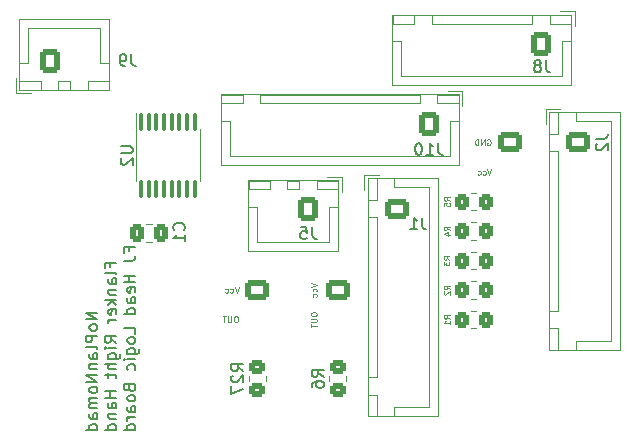
<source format=gbo>
%TF.GenerationSoftware,KiCad,Pcbnew,7.0.6*%
%TF.CreationDate,2023-07-13T14:40:27+02:00*%
%TF.ProjectId,RH_HeadLogicBoard_FreeJoy,52485f48-6561-4644-9c6f-676963426f61,rev?*%
%TF.SameCoordinates,Original*%
%TF.FileFunction,Legend,Bot*%
%TF.FilePolarity,Positive*%
%FSLAX46Y46*%
G04 Gerber Fmt 4.6, Leading zero omitted, Abs format (unit mm)*
G04 Created by KiCad (PCBNEW 7.0.6) date 2023-07-13 14:40:27*
%MOMM*%
%LPD*%
G01*
G04 APERTURE LIST*
G04 Aperture macros list*
%AMRoundRect*
0 Rectangle with rounded corners*
0 $1 Rounding radius*
0 $2 $3 $4 $5 $6 $7 $8 $9 X,Y pos of 4 corners*
0 Add a 4 corners polygon primitive as box body*
4,1,4,$2,$3,$4,$5,$6,$7,$8,$9,$2,$3,0*
0 Add four circle primitives for the rounded corners*
1,1,$1+$1,$2,$3*
1,1,$1+$1,$4,$5*
1,1,$1+$1,$6,$7*
1,1,$1+$1,$8,$9*
0 Add four rect primitives between the rounded corners*
20,1,$1+$1,$2,$3,$4,$5,0*
20,1,$1+$1,$4,$5,$6,$7,0*
20,1,$1+$1,$6,$7,$8,$9,0*
20,1,$1+$1,$8,$9,$2,$3,0*%
G04 Aperture macros list end*
%ADD10C,0.150000*%
%ADD11C,0.075000*%
%ADD12C,0.100000*%
%ADD13C,0.120000*%
%ADD14RoundRect,0.250000X-0.750000X0.600000X-0.750000X-0.600000X0.750000X-0.600000X0.750000X0.600000X0*%
%ADD15O,2.000000X1.700000*%
%ADD16C,2.200000*%
%ADD17RoundRect,0.250000X-0.725000X0.600000X-0.725000X-0.600000X0.725000X-0.600000X0.725000X0.600000X0*%
%ADD18O,1.950000X1.700000*%
%ADD19RoundRect,0.100000X-0.100000X0.637500X-0.100000X-0.637500X0.100000X-0.637500X0.100000X0.637500X0*%
%ADD20RoundRect,0.250000X-0.337500X-0.475000X0.337500X-0.475000X0.337500X0.475000X-0.337500X0.475000X0*%
%ADD21RoundRect,0.250000X-0.350000X-0.450000X0.350000X-0.450000X0.350000X0.450000X-0.350000X0.450000X0*%
%ADD22RoundRect,0.250000X0.600000X0.725000X-0.600000X0.725000X-0.600000X-0.725000X0.600000X-0.725000X0*%
%ADD23O,1.700000X1.950000*%
%ADD24RoundRect,0.250000X0.350000X0.450000X-0.350000X0.450000X-0.350000X-0.450000X0.350000X-0.450000X0*%
%ADD25RoundRect,0.250000X0.600000X0.750000X-0.600000X0.750000X-0.600000X-0.750000X0.600000X-0.750000X0*%
%ADD26O,1.700000X2.000000*%
%ADD27RoundRect,0.250000X-0.600000X-0.750000X0.600000X-0.750000X0.600000X0.750000X-0.600000X0.750000X0*%
%ADD28RoundRect,0.250000X-0.450000X0.350000X-0.450000X-0.350000X0.450000X-0.350000X0.450000X0.350000X0*%
G04 APERTURE END LIST*
D10*
X30349819Y-59008458D02*
X29349819Y-59008458D01*
X29349819Y-59008458D02*
X30349819Y-59579886D01*
X30349819Y-59579886D02*
X29349819Y-59579886D01*
X30349819Y-60198934D02*
X30302200Y-60103696D01*
X30302200Y-60103696D02*
X30254580Y-60056077D01*
X30254580Y-60056077D02*
X30159342Y-60008458D01*
X30159342Y-60008458D02*
X29873628Y-60008458D01*
X29873628Y-60008458D02*
X29778390Y-60056077D01*
X29778390Y-60056077D02*
X29730771Y-60103696D01*
X29730771Y-60103696D02*
X29683152Y-60198934D01*
X29683152Y-60198934D02*
X29683152Y-60341791D01*
X29683152Y-60341791D02*
X29730771Y-60437029D01*
X29730771Y-60437029D02*
X29778390Y-60484648D01*
X29778390Y-60484648D02*
X29873628Y-60532267D01*
X29873628Y-60532267D02*
X30159342Y-60532267D01*
X30159342Y-60532267D02*
X30254580Y-60484648D01*
X30254580Y-60484648D02*
X30302200Y-60437029D01*
X30302200Y-60437029D02*
X30349819Y-60341791D01*
X30349819Y-60341791D02*
X30349819Y-60198934D01*
X30349819Y-60960839D02*
X29349819Y-60960839D01*
X29349819Y-60960839D02*
X29349819Y-61341791D01*
X29349819Y-61341791D02*
X29397438Y-61437029D01*
X29397438Y-61437029D02*
X29445057Y-61484648D01*
X29445057Y-61484648D02*
X29540295Y-61532267D01*
X29540295Y-61532267D02*
X29683152Y-61532267D01*
X29683152Y-61532267D02*
X29778390Y-61484648D01*
X29778390Y-61484648D02*
X29826009Y-61437029D01*
X29826009Y-61437029D02*
X29873628Y-61341791D01*
X29873628Y-61341791D02*
X29873628Y-60960839D01*
X30349819Y-62103696D02*
X30302200Y-62008458D01*
X30302200Y-62008458D02*
X30206961Y-61960839D01*
X30206961Y-61960839D02*
X29349819Y-61960839D01*
X30349819Y-62913220D02*
X29826009Y-62913220D01*
X29826009Y-62913220D02*
X29730771Y-62865601D01*
X29730771Y-62865601D02*
X29683152Y-62770363D01*
X29683152Y-62770363D02*
X29683152Y-62579887D01*
X29683152Y-62579887D02*
X29730771Y-62484649D01*
X30302200Y-62913220D02*
X30349819Y-62817982D01*
X30349819Y-62817982D02*
X30349819Y-62579887D01*
X30349819Y-62579887D02*
X30302200Y-62484649D01*
X30302200Y-62484649D02*
X30206961Y-62437030D01*
X30206961Y-62437030D02*
X30111723Y-62437030D01*
X30111723Y-62437030D02*
X30016485Y-62484649D01*
X30016485Y-62484649D02*
X29968866Y-62579887D01*
X29968866Y-62579887D02*
X29968866Y-62817982D01*
X29968866Y-62817982D02*
X29921247Y-62913220D01*
X29683152Y-63389411D02*
X30349819Y-63389411D01*
X29778390Y-63389411D02*
X29730771Y-63437030D01*
X29730771Y-63437030D02*
X29683152Y-63532268D01*
X29683152Y-63532268D02*
X29683152Y-63675125D01*
X29683152Y-63675125D02*
X29730771Y-63770363D01*
X29730771Y-63770363D02*
X29826009Y-63817982D01*
X29826009Y-63817982D02*
X30349819Y-63817982D01*
X30349819Y-64294173D02*
X29349819Y-64294173D01*
X29349819Y-64294173D02*
X30349819Y-64865601D01*
X30349819Y-64865601D02*
X29349819Y-64865601D01*
X30349819Y-65484649D02*
X30302200Y-65389411D01*
X30302200Y-65389411D02*
X30254580Y-65341792D01*
X30254580Y-65341792D02*
X30159342Y-65294173D01*
X30159342Y-65294173D02*
X29873628Y-65294173D01*
X29873628Y-65294173D02*
X29778390Y-65341792D01*
X29778390Y-65341792D02*
X29730771Y-65389411D01*
X29730771Y-65389411D02*
X29683152Y-65484649D01*
X29683152Y-65484649D02*
X29683152Y-65627506D01*
X29683152Y-65627506D02*
X29730771Y-65722744D01*
X29730771Y-65722744D02*
X29778390Y-65770363D01*
X29778390Y-65770363D02*
X29873628Y-65817982D01*
X29873628Y-65817982D02*
X30159342Y-65817982D01*
X30159342Y-65817982D02*
X30254580Y-65770363D01*
X30254580Y-65770363D02*
X30302200Y-65722744D01*
X30302200Y-65722744D02*
X30349819Y-65627506D01*
X30349819Y-65627506D02*
X30349819Y-65484649D01*
X30349819Y-66246554D02*
X29683152Y-66246554D01*
X29778390Y-66246554D02*
X29730771Y-66294173D01*
X29730771Y-66294173D02*
X29683152Y-66389411D01*
X29683152Y-66389411D02*
X29683152Y-66532268D01*
X29683152Y-66532268D02*
X29730771Y-66627506D01*
X29730771Y-66627506D02*
X29826009Y-66675125D01*
X29826009Y-66675125D02*
X30349819Y-66675125D01*
X29826009Y-66675125D02*
X29730771Y-66722744D01*
X29730771Y-66722744D02*
X29683152Y-66817982D01*
X29683152Y-66817982D02*
X29683152Y-66960839D01*
X29683152Y-66960839D02*
X29730771Y-67056078D01*
X29730771Y-67056078D02*
X29826009Y-67103697D01*
X29826009Y-67103697D02*
X30349819Y-67103697D01*
X30349819Y-68008458D02*
X29826009Y-68008458D01*
X29826009Y-68008458D02*
X29730771Y-67960839D01*
X29730771Y-67960839D02*
X29683152Y-67865601D01*
X29683152Y-67865601D02*
X29683152Y-67675125D01*
X29683152Y-67675125D02*
X29730771Y-67579887D01*
X30302200Y-68008458D02*
X30349819Y-67913220D01*
X30349819Y-67913220D02*
X30349819Y-67675125D01*
X30349819Y-67675125D02*
X30302200Y-67579887D01*
X30302200Y-67579887D02*
X30206961Y-67532268D01*
X30206961Y-67532268D02*
X30111723Y-67532268D01*
X30111723Y-67532268D02*
X30016485Y-67579887D01*
X30016485Y-67579887D02*
X29968866Y-67675125D01*
X29968866Y-67675125D02*
X29968866Y-67913220D01*
X29968866Y-67913220D02*
X29921247Y-68008458D01*
X30349819Y-68913220D02*
X29349819Y-68913220D01*
X30302200Y-68913220D02*
X30349819Y-68817982D01*
X30349819Y-68817982D02*
X30349819Y-68627506D01*
X30349819Y-68627506D02*
X30302200Y-68532268D01*
X30302200Y-68532268D02*
X30254580Y-68484649D01*
X30254580Y-68484649D02*
X30159342Y-68437030D01*
X30159342Y-68437030D02*
X29873628Y-68437030D01*
X29873628Y-68437030D02*
X29778390Y-68484649D01*
X29778390Y-68484649D02*
X29730771Y-68532268D01*
X29730771Y-68532268D02*
X29683152Y-68627506D01*
X29683152Y-68627506D02*
X29683152Y-68817982D01*
X29683152Y-68817982D02*
X29730771Y-68913220D01*
X31436009Y-55103694D02*
X31436009Y-54770361D01*
X31959819Y-54770361D02*
X30959819Y-54770361D01*
X30959819Y-54770361D02*
X30959819Y-55246551D01*
X31959819Y-55770361D02*
X31912200Y-55675123D01*
X31912200Y-55675123D02*
X31816961Y-55627504D01*
X31816961Y-55627504D02*
X30959819Y-55627504D01*
X31959819Y-56579885D02*
X31436009Y-56579885D01*
X31436009Y-56579885D02*
X31340771Y-56532266D01*
X31340771Y-56532266D02*
X31293152Y-56437028D01*
X31293152Y-56437028D02*
X31293152Y-56246552D01*
X31293152Y-56246552D02*
X31340771Y-56151314D01*
X31912200Y-56579885D02*
X31959819Y-56484647D01*
X31959819Y-56484647D02*
X31959819Y-56246552D01*
X31959819Y-56246552D02*
X31912200Y-56151314D01*
X31912200Y-56151314D02*
X31816961Y-56103695D01*
X31816961Y-56103695D02*
X31721723Y-56103695D01*
X31721723Y-56103695D02*
X31626485Y-56151314D01*
X31626485Y-56151314D02*
X31578866Y-56246552D01*
X31578866Y-56246552D02*
X31578866Y-56484647D01*
X31578866Y-56484647D02*
X31531247Y-56579885D01*
X31293152Y-57056076D02*
X31959819Y-57056076D01*
X31388390Y-57056076D02*
X31340771Y-57103695D01*
X31340771Y-57103695D02*
X31293152Y-57198933D01*
X31293152Y-57198933D02*
X31293152Y-57341790D01*
X31293152Y-57341790D02*
X31340771Y-57437028D01*
X31340771Y-57437028D02*
X31436009Y-57484647D01*
X31436009Y-57484647D02*
X31959819Y-57484647D01*
X31959819Y-57960838D02*
X30959819Y-57960838D01*
X31578866Y-58056076D02*
X31959819Y-58341790D01*
X31293152Y-58341790D02*
X31674104Y-57960838D01*
X31912200Y-59151314D02*
X31959819Y-59056076D01*
X31959819Y-59056076D02*
X31959819Y-58865600D01*
X31959819Y-58865600D02*
X31912200Y-58770362D01*
X31912200Y-58770362D02*
X31816961Y-58722743D01*
X31816961Y-58722743D02*
X31436009Y-58722743D01*
X31436009Y-58722743D02*
X31340771Y-58770362D01*
X31340771Y-58770362D02*
X31293152Y-58865600D01*
X31293152Y-58865600D02*
X31293152Y-59056076D01*
X31293152Y-59056076D02*
X31340771Y-59151314D01*
X31340771Y-59151314D02*
X31436009Y-59198933D01*
X31436009Y-59198933D02*
X31531247Y-59198933D01*
X31531247Y-59198933D02*
X31626485Y-58722743D01*
X31959819Y-59627505D02*
X31293152Y-59627505D01*
X31483628Y-59627505D02*
X31388390Y-59675124D01*
X31388390Y-59675124D02*
X31340771Y-59722743D01*
X31340771Y-59722743D02*
X31293152Y-59817981D01*
X31293152Y-59817981D02*
X31293152Y-59913219D01*
X31959819Y-61579886D02*
X31483628Y-61246553D01*
X31959819Y-61008458D02*
X30959819Y-61008458D01*
X30959819Y-61008458D02*
X30959819Y-61389410D01*
X30959819Y-61389410D02*
X31007438Y-61484648D01*
X31007438Y-61484648D02*
X31055057Y-61532267D01*
X31055057Y-61532267D02*
X31150295Y-61579886D01*
X31150295Y-61579886D02*
X31293152Y-61579886D01*
X31293152Y-61579886D02*
X31388390Y-61532267D01*
X31388390Y-61532267D02*
X31436009Y-61484648D01*
X31436009Y-61484648D02*
X31483628Y-61389410D01*
X31483628Y-61389410D02*
X31483628Y-61008458D01*
X31959819Y-62008458D02*
X31293152Y-62008458D01*
X30959819Y-62008458D02*
X31007438Y-61960839D01*
X31007438Y-61960839D02*
X31055057Y-62008458D01*
X31055057Y-62008458D02*
X31007438Y-62056077D01*
X31007438Y-62056077D02*
X30959819Y-62008458D01*
X30959819Y-62008458D02*
X31055057Y-62008458D01*
X31293152Y-62913219D02*
X32102676Y-62913219D01*
X32102676Y-62913219D02*
X32197914Y-62865600D01*
X32197914Y-62865600D02*
X32245533Y-62817981D01*
X32245533Y-62817981D02*
X32293152Y-62722743D01*
X32293152Y-62722743D02*
X32293152Y-62579886D01*
X32293152Y-62579886D02*
X32245533Y-62484648D01*
X31912200Y-62913219D02*
X31959819Y-62817981D01*
X31959819Y-62817981D02*
X31959819Y-62627505D01*
X31959819Y-62627505D02*
X31912200Y-62532267D01*
X31912200Y-62532267D02*
X31864580Y-62484648D01*
X31864580Y-62484648D02*
X31769342Y-62437029D01*
X31769342Y-62437029D02*
X31483628Y-62437029D01*
X31483628Y-62437029D02*
X31388390Y-62484648D01*
X31388390Y-62484648D02*
X31340771Y-62532267D01*
X31340771Y-62532267D02*
X31293152Y-62627505D01*
X31293152Y-62627505D02*
X31293152Y-62817981D01*
X31293152Y-62817981D02*
X31340771Y-62913219D01*
X31959819Y-63389410D02*
X30959819Y-63389410D01*
X31959819Y-63817981D02*
X31436009Y-63817981D01*
X31436009Y-63817981D02*
X31340771Y-63770362D01*
X31340771Y-63770362D02*
X31293152Y-63675124D01*
X31293152Y-63675124D02*
X31293152Y-63532267D01*
X31293152Y-63532267D02*
X31340771Y-63437029D01*
X31340771Y-63437029D02*
X31388390Y-63389410D01*
X31293152Y-64151315D02*
X31293152Y-64532267D01*
X30959819Y-64294172D02*
X31816961Y-64294172D01*
X31816961Y-64294172D02*
X31912200Y-64341791D01*
X31912200Y-64341791D02*
X31959819Y-64437029D01*
X31959819Y-64437029D02*
X31959819Y-64532267D01*
X31959819Y-65627506D02*
X30959819Y-65627506D01*
X31436009Y-65627506D02*
X31436009Y-66198934D01*
X31959819Y-66198934D02*
X30959819Y-66198934D01*
X31959819Y-67103696D02*
X31436009Y-67103696D01*
X31436009Y-67103696D02*
X31340771Y-67056077D01*
X31340771Y-67056077D02*
X31293152Y-66960839D01*
X31293152Y-66960839D02*
X31293152Y-66770363D01*
X31293152Y-66770363D02*
X31340771Y-66675125D01*
X31912200Y-67103696D02*
X31959819Y-67008458D01*
X31959819Y-67008458D02*
X31959819Y-66770363D01*
X31959819Y-66770363D02*
X31912200Y-66675125D01*
X31912200Y-66675125D02*
X31816961Y-66627506D01*
X31816961Y-66627506D02*
X31721723Y-66627506D01*
X31721723Y-66627506D02*
X31626485Y-66675125D01*
X31626485Y-66675125D02*
X31578866Y-66770363D01*
X31578866Y-66770363D02*
X31578866Y-67008458D01*
X31578866Y-67008458D02*
X31531247Y-67103696D01*
X31293152Y-67579887D02*
X31959819Y-67579887D01*
X31388390Y-67579887D02*
X31340771Y-67627506D01*
X31340771Y-67627506D02*
X31293152Y-67722744D01*
X31293152Y-67722744D02*
X31293152Y-67865601D01*
X31293152Y-67865601D02*
X31340771Y-67960839D01*
X31340771Y-67960839D02*
X31436009Y-68008458D01*
X31436009Y-68008458D02*
X31959819Y-68008458D01*
X31959819Y-68913220D02*
X30959819Y-68913220D01*
X31912200Y-68913220D02*
X31959819Y-68817982D01*
X31959819Y-68817982D02*
X31959819Y-68627506D01*
X31959819Y-68627506D02*
X31912200Y-68532268D01*
X31912200Y-68532268D02*
X31864580Y-68484649D01*
X31864580Y-68484649D02*
X31769342Y-68437030D01*
X31769342Y-68437030D02*
X31483628Y-68437030D01*
X31483628Y-68437030D02*
X31388390Y-68484649D01*
X31388390Y-68484649D02*
X31340771Y-68532268D01*
X31340771Y-68532268D02*
X31293152Y-68627506D01*
X31293152Y-68627506D02*
X31293152Y-68817982D01*
X31293152Y-68817982D02*
X31340771Y-68913220D01*
X33046009Y-53817980D02*
X33046009Y-53484647D01*
X33569819Y-53484647D02*
X32569819Y-53484647D01*
X32569819Y-53484647D02*
X32569819Y-53960837D01*
X32569819Y-54627504D02*
X33284104Y-54627504D01*
X33284104Y-54627504D02*
X33426961Y-54579885D01*
X33426961Y-54579885D02*
X33522200Y-54484647D01*
X33522200Y-54484647D02*
X33569819Y-54341790D01*
X33569819Y-54341790D02*
X33569819Y-54246552D01*
X33569819Y-55865600D02*
X32569819Y-55865600D01*
X33046009Y-55865600D02*
X33046009Y-56437028D01*
X33569819Y-56437028D02*
X32569819Y-56437028D01*
X33522200Y-57294171D02*
X33569819Y-57198933D01*
X33569819Y-57198933D02*
X33569819Y-57008457D01*
X33569819Y-57008457D02*
X33522200Y-56913219D01*
X33522200Y-56913219D02*
X33426961Y-56865600D01*
X33426961Y-56865600D02*
X33046009Y-56865600D01*
X33046009Y-56865600D02*
X32950771Y-56913219D01*
X32950771Y-56913219D02*
X32903152Y-57008457D01*
X32903152Y-57008457D02*
X32903152Y-57198933D01*
X32903152Y-57198933D02*
X32950771Y-57294171D01*
X32950771Y-57294171D02*
X33046009Y-57341790D01*
X33046009Y-57341790D02*
X33141247Y-57341790D01*
X33141247Y-57341790D02*
X33236485Y-56865600D01*
X33569819Y-58198933D02*
X33046009Y-58198933D01*
X33046009Y-58198933D02*
X32950771Y-58151314D01*
X32950771Y-58151314D02*
X32903152Y-58056076D01*
X32903152Y-58056076D02*
X32903152Y-57865600D01*
X32903152Y-57865600D02*
X32950771Y-57770362D01*
X33522200Y-58198933D02*
X33569819Y-58103695D01*
X33569819Y-58103695D02*
X33569819Y-57865600D01*
X33569819Y-57865600D02*
X33522200Y-57770362D01*
X33522200Y-57770362D02*
X33426961Y-57722743D01*
X33426961Y-57722743D02*
X33331723Y-57722743D01*
X33331723Y-57722743D02*
X33236485Y-57770362D01*
X33236485Y-57770362D02*
X33188866Y-57865600D01*
X33188866Y-57865600D02*
X33188866Y-58103695D01*
X33188866Y-58103695D02*
X33141247Y-58198933D01*
X33569819Y-59103695D02*
X32569819Y-59103695D01*
X33522200Y-59103695D02*
X33569819Y-59008457D01*
X33569819Y-59008457D02*
X33569819Y-58817981D01*
X33569819Y-58817981D02*
X33522200Y-58722743D01*
X33522200Y-58722743D02*
X33474580Y-58675124D01*
X33474580Y-58675124D02*
X33379342Y-58627505D01*
X33379342Y-58627505D02*
X33093628Y-58627505D01*
X33093628Y-58627505D02*
X32998390Y-58675124D01*
X32998390Y-58675124D02*
X32950771Y-58722743D01*
X32950771Y-58722743D02*
X32903152Y-58817981D01*
X32903152Y-58817981D02*
X32903152Y-59008457D01*
X32903152Y-59008457D02*
X32950771Y-59103695D01*
X33569819Y-60817981D02*
X33569819Y-60341791D01*
X33569819Y-60341791D02*
X32569819Y-60341791D01*
X33569819Y-61294172D02*
X33522200Y-61198934D01*
X33522200Y-61198934D02*
X33474580Y-61151315D01*
X33474580Y-61151315D02*
X33379342Y-61103696D01*
X33379342Y-61103696D02*
X33093628Y-61103696D01*
X33093628Y-61103696D02*
X32998390Y-61151315D01*
X32998390Y-61151315D02*
X32950771Y-61198934D01*
X32950771Y-61198934D02*
X32903152Y-61294172D01*
X32903152Y-61294172D02*
X32903152Y-61437029D01*
X32903152Y-61437029D02*
X32950771Y-61532267D01*
X32950771Y-61532267D02*
X32998390Y-61579886D01*
X32998390Y-61579886D02*
X33093628Y-61627505D01*
X33093628Y-61627505D02*
X33379342Y-61627505D01*
X33379342Y-61627505D02*
X33474580Y-61579886D01*
X33474580Y-61579886D02*
X33522200Y-61532267D01*
X33522200Y-61532267D02*
X33569819Y-61437029D01*
X33569819Y-61437029D02*
X33569819Y-61294172D01*
X32903152Y-62484648D02*
X33712676Y-62484648D01*
X33712676Y-62484648D02*
X33807914Y-62437029D01*
X33807914Y-62437029D02*
X33855533Y-62389410D01*
X33855533Y-62389410D02*
X33903152Y-62294172D01*
X33903152Y-62294172D02*
X33903152Y-62151315D01*
X33903152Y-62151315D02*
X33855533Y-62056077D01*
X33522200Y-62484648D02*
X33569819Y-62389410D01*
X33569819Y-62389410D02*
X33569819Y-62198934D01*
X33569819Y-62198934D02*
X33522200Y-62103696D01*
X33522200Y-62103696D02*
X33474580Y-62056077D01*
X33474580Y-62056077D02*
X33379342Y-62008458D01*
X33379342Y-62008458D02*
X33093628Y-62008458D01*
X33093628Y-62008458D02*
X32998390Y-62056077D01*
X32998390Y-62056077D02*
X32950771Y-62103696D01*
X32950771Y-62103696D02*
X32903152Y-62198934D01*
X32903152Y-62198934D02*
X32903152Y-62389410D01*
X32903152Y-62389410D02*
X32950771Y-62484648D01*
X33569819Y-62960839D02*
X32903152Y-62960839D01*
X32569819Y-62960839D02*
X32617438Y-62913220D01*
X32617438Y-62913220D02*
X32665057Y-62960839D01*
X32665057Y-62960839D02*
X32617438Y-63008458D01*
X32617438Y-63008458D02*
X32569819Y-62960839D01*
X32569819Y-62960839D02*
X32665057Y-62960839D01*
X33522200Y-63865600D02*
X33569819Y-63770362D01*
X33569819Y-63770362D02*
X33569819Y-63579886D01*
X33569819Y-63579886D02*
X33522200Y-63484648D01*
X33522200Y-63484648D02*
X33474580Y-63437029D01*
X33474580Y-63437029D02*
X33379342Y-63389410D01*
X33379342Y-63389410D02*
X33093628Y-63389410D01*
X33093628Y-63389410D02*
X32998390Y-63437029D01*
X32998390Y-63437029D02*
X32950771Y-63484648D01*
X32950771Y-63484648D02*
X32903152Y-63579886D01*
X32903152Y-63579886D02*
X32903152Y-63770362D01*
X32903152Y-63770362D02*
X32950771Y-63865600D01*
X33046009Y-65389410D02*
X33093628Y-65532267D01*
X33093628Y-65532267D02*
X33141247Y-65579886D01*
X33141247Y-65579886D02*
X33236485Y-65627505D01*
X33236485Y-65627505D02*
X33379342Y-65627505D01*
X33379342Y-65627505D02*
X33474580Y-65579886D01*
X33474580Y-65579886D02*
X33522200Y-65532267D01*
X33522200Y-65532267D02*
X33569819Y-65437029D01*
X33569819Y-65437029D02*
X33569819Y-65056077D01*
X33569819Y-65056077D02*
X32569819Y-65056077D01*
X32569819Y-65056077D02*
X32569819Y-65389410D01*
X32569819Y-65389410D02*
X32617438Y-65484648D01*
X32617438Y-65484648D02*
X32665057Y-65532267D01*
X32665057Y-65532267D02*
X32760295Y-65579886D01*
X32760295Y-65579886D02*
X32855533Y-65579886D01*
X32855533Y-65579886D02*
X32950771Y-65532267D01*
X32950771Y-65532267D02*
X32998390Y-65484648D01*
X32998390Y-65484648D02*
X33046009Y-65389410D01*
X33046009Y-65389410D02*
X33046009Y-65056077D01*
X33569819Y-66198934D02*
X33522200Y-66103696D01*
X33522200Y-66103696D02*
X33474580Y-66056077D01*
X33474580Y-66056077D02*
X33379342Y-66008458D01*
X33379342Y-66008458D02*
X33093628Y-66008458D01*
X33093628Y-66008458D02*
X32998390Y-66056077D01*
X32998390Y-66056077D02*
X32950771Y-66103696D01*
X32950771Y-66103696D02*
X32903152Y-66198934D01*
X32903152Y-66198934D02*
X32903152Y-66341791D01*
X32903152Y-66341791D02*
X32950771Y-66437029D01*
X32950771Y-66437029D02*
X32998390Y-66484648D01*
X32998390Y-66484648D02*
X33093628Y-66532267D01*
X33093628Y-66532267D02*
X33379342Y-66532267D01*
X33379342Y-66532267D02*
X33474580Y-66484648D01*
X33474580Y-66484648D02*
X33522200Y-66437029D01*
X33522200Y-66437029D02*
X33569819Y-66341791D01*
X33569819Y-66341791D02*
X33569819Y-66198934D01*
X33569819Y-67389410D02*
X33046009Y-67389410D01*
X33046009Y-67389410D02*
X32950771Y-67341791D01*
X32950771Y-67341791D02*
X32903152Y-67246553D01*
X32903152Y-67246553D02*
X32903152Y-67056077D01*
X32903152Y-67056077D02*
X32950771Y-66960839D01*
X33522200Y-67389410D02*
X33569819Y-67294172D01*
X33569819Y-67294172D02*
X33569819Y-67056077D01*
X33569819Y-67056077D02*
X33522200Y-66960839D01*
X33522200Y-66960839D02*
X33426961Y-66913220D01*
X33426961Y-66913220D02*
X33331723Y-66913220D01*
X33331723Y-66913220D02*
X33236485Y-66960839D01*
X33236485Y-66960839D02*
X33188866Y-67056077D01*
X33188866Y-67056077D02*
X33188866Y-67294172D01*
X33188866Y-67294172D02*
X33141247Y-67389410D01*
X33569819Y-67865601D02*
X32903152Y-67865601D01*
X33093628Y-67865601D02*
X32998390Y-67913220D01*
X32998390Y-67913220D02*
X32950771Y-67960839D01*
X32950771Y-67960839D02*
X32903152Y-68056077D01*
X32903152Y-68056077D02*
X32903152Y-68151315D01*
X33569819Y-68913220D02*
X32569819Y-68913220D01*
X33522200Y-68913220D02*
X33569819Y-68817982D01*
X33569819Y-68817982D02*
X33569819Y-68627506D01*
X33569819Y-68627506D02*
X33522200Y-68532268D01*
X33522200Y-68532268D02*
X33474580Y-68484649D01*
X33474580Y-68484649D02*
X33379342Y-68437030D01*
X33379342Y-68437030D02*
X33093628Y-68437030D01*
X33093628Y-68437030D02*
X32998390Y-68484649D01*
X32998390Y-68484649D02*
X32950771Y-68532268D01*
X32950771Y-68532268D02*
X32903152Y-68627506D01*
X32903152Y-68627506D02*
X32903152Y-68817982D01*
X32903152Y-68817982D02*
X32950771Y-68913220D01*
D11*
X42136372Y-59327409D02*
X42041134Y-59327409D01*
X42041134Y-59327409D02*
X41993515Y-59351219D01*
X41993515Y-59351219D02*
X41945896Y-59398838D01*
X41945896Y-59398838D02*
X41922086Y-59494076D01*
X41922086Y-59494076D02*
X41922086Y-59660742D01*
X41922086Y-59660742D02*
X41945896Y-59755980D01*
X41945896Y-59755980D02*
X41993515Y-59803600D01*
X41993515Y-59803600D02*
X42041134Y-59827409D01*
X42041134Y-59827409D02*
X42136372Y-59827409D01*
X42136372Y-59827409D02*
X42183991Y-59803600D01*
X42183991Y-59803600D02*
X42231610Y-59755980D01*
X42231610Y-59755980D02*
X42255419Y-59660742D01*
X42255419Y-59660742D02*
X42255419Y-59494076D01*
X42255419Y-59494076D02*
X42231610Y-59398838D01*
X42231610Y-59398838D02*
X42183991Y-59351219D01*
X42183991Y-59351219D02*
X42136372Y-59327409D01*
X41707800Y-59327409D02*
X41707800Y-59732171D01*
X41707800Y-59732171D02*
X41683990Y-59779790D01*
X41683990Y-59779790D02*
X41660181Y-59803600D01*
X41660181Y-59803600D02*
X41612562Y-59827409D01*
X41612562Y-59827409D02*
X41517324Y-59827409D01*
X41517324Y-59827409D02*
X41469705Y-59803600D01*
X41469705Y-59803600D02*
X41445895Y-59779790D01*
X41445895Y-59779790D02*
X41422086Y-59732171D01*
X41422086Y-59732171D02*
X41422086Y-59327409D01*
X41255418Y-59327409D02*
X40969704Y-59327409D01*
X41112561Y-59827409D02*
X41112561Y-59327409D01*
X42303038Y-56827409D02*
X42136372Y-57327409D01*
X42136372Y-57327409D02*
X41969705Y-56827409D01*
X41588753Y-57303600D02*
X41636372Y-57327409D01*
X41636372Y-57327409D02*
X41731610Y-57327409D01*
X41731610Y-57327409D02*
X41779229Y-57303600D01*
X41779229Y-57303600D02*
X41803039Y-57279790D01*
X41803039Y-57279790D02*
X41826848Y-57232171D01*
X41826848Y-57232171D02*
X41826848Y-57089314D01*
X41826848Y-57089314D02*
X41803039Y-57041695D01*
X41803039Y-57041695D02*
X41779229Y-57017885D01*
X41779229Y-57017885D02*
X41731610Y-56994076D01*
X41731610Y-56994076D02*
X41636372Y-56994076D01*
X41636372Y-56994076D02*
X41588753Y-57017885D01*
X41160182Y-57303600D02*
X41207801Y-57327409D01*
X41207801Y-57327409D02*
X41303039Y-57327409D01*
X41303039Y-57327409D02*
X41350658Y-57303600D01*
X41350658Y-57303600D02*
X41374468Y-57279790D01*
X41374468Y-57279790D02*
X41398277Y-57232171D01*
X41398277Y-57232171D02*
X41398277Y-57089314D01*
X41398277Y-57089314D02*
X41374468Y-57041695D01*
X41374468Y-57041695D02*
X41350658Y-57017885D01*
X41350658Y-57017885D02*
X41303039Y-56994076D01*
X41303039Y-56994076D02*
X41207801Y-56994076D01*
X41207801Y-56994076D02*
X41160182Y-57017885D01*
X48427409Y-59099999D02*
X48427409Y-59195237D01*
X48427409Y-59195237D02*
X48451219Y-59242856D01*
X48451219Y-59242856D02*
X48498838Y-59290475D01*
X48498838Y-59290475D02*
X48594076Y-59314285D01*
X48594076Y-59314285D02*
X48760742Y-59314285D01*
X48760742Y-59314285D02*
X48855980Y-59290475D01*
X48855980Y-59290475D02*
X48903600Y-59242856D01*
X48903600Y-59242856D02*
X48927409Y-59195237D01*
X48927409Y-59195237D02*
X48927409Y-59099999D01*
X48927409Y-59099999D02*
X48903600Y-59052380D01*
X48903600Y-59052380D02*
X48855980Y-59004761D01*
X48855980Y-59004761D02*
X48760742Y-58980952D01*
X48760742Y-58980952D02*
X48594076Y-58980952D01*
X48594076Y-58980952D02*
X48498838Y-59004761D01*
X48498838Y-59004761D02*
X48451219Y-59052380D01*
X48451219Y-59052380D02*
X48427409Y-59099999D01*
X48427409Y-59528571D02*
X48832171Y-59528571D01*
X48832171Y-59528571D02*
X48879790Y-59552381D01*
X48879790Y-59552381D02*
X48903600Y-59576190D01*
X48903600Y-59576190D02*
X48927409Y-59623809D01*
X48927409Y-59623809D02*
X48927409Y-59719047D01*
X48927409Y-59719047D02*
X48903600Y-59766666D01*
X48903600Y-59766666D02*
X48879790Y-59790476D01*
X48879790Y-59790476D02*
X48832171Y-59814285D01*
X48832171Y-59814285D02*
X48427409Y-59814285D01*
X48427409Y-59980953D02*
X48427409Y-60266667D01*
X48927409Y-60123810D02*
X48427409Y-60123810D01*
X48427409Y-56504763D02*
X48927409Y-56671429D01*
X48927409Y-56671429D02*
X48427409Y-56838096D01*
X48903600Y-57219048D02*
X48927409Y-57171429D01*
X48927409Y-57171429D02*
X48927409Y-57076191D01*
X48927409Y-57076191D02*
X48903600Y-57028572D01*
X48903600Y-57028572D02*
X48879790Y-57004762D01*
X48879790Y-57004762D02*
X48832171Y-56980953D01*
X48832171Y-56980953D02*
X48689314Y-56980953D01*
X48689314Y-56980953D02*
X48641695Y-57004762D01*
X48641695Y-57004762D02*
X48617885Y-57028572D01*
X48617885Y-57028572D02*
X48594076Y-57076191D01*
X48594076Y-57076191D02*
X48594076Y-57171429D01*
X48594076Y-57171429D02*
X48617885Y-57219048D01*
X48903600Y-57647619D02*
X48927409Y-57600000D01*
X48927409Y-57600000D02*
X48927409Y-57504762D01*
X48927409Y-57504762D02*
X48903600Y-57457143D01*
X48903600Y-57457143D02*
X48879790Y-57433333D01*
X48879790Y-57433333D02*
X48832171Y-57409524D01*
X48832171Y-57409524D02*
X48689314Y-57409524D01*
X48689314Y-57409524D02*
X48641695Y-57433333D01*
X48641695Y-57433333D02*
X48617885Y-57457143D01*
X48617885Y-57457143D02*
X48594076Y-57504762D01*
X48594076Y-57504762D02*
X48594076Y-57600000D01*
X48594076Y-57600000D02*
X48617885Y-57647619D01*
X63703038Y-46827409D02*
X63536372Y-47327409D01*
X63536372Y-47327409D02*
X63369705Y-46827409D01*
X62988753Y-47303600D02*
X63036372Y-47327409D01*
X63036372Y-47327409D02*
X63131610Y-47327409D01*
X63131610Y-47327409D02*
X63179229Y-47303600D01*
X63179229Y-47303600D02*
X63203039Y-47279790D01*
X63203039Y-47279790D02*
X63226848Y-47232171D01*
X63226848Y-47232171D02*
X63226848Y-47089314D01*
X63226848Y-47089314D02*
X63203039Y-47041695D01*
X63203039Y-47041695D02*
X63179229Y-47017885D01*
X63179229Y-47017885D02*
X63131610Y-46994076D01*
X63131610Y-46994076D02*
X63036372Y-46994076D01*
X63036372Y-46994076D02*
X62988753Y-47017885D01*
X62560182Y-47303600D02*
X62607801Y-47327409D01*
X62607801Y-47327409D02*
X62703039Y-47327409D01*
X62703039Y-47327409D02*
X62750658Y-47303600D01*
X62750658Y-47303600D02*
X62774468Y-47279790D01*
X62774468Y-47279790D02*
X62798277Y-47232171D01*
X62798277Y-47232171D02*
X62798277Y-47089314D01*
X62798277Y-47089314D02*
X62774468Y-47041695D01*
X62774468Y-47041695D02*
X62750658Y-47017885D01*
X62750658Y-47017885D02*
X62703039Y-46994076D01*
X62703039Y-46994076D02*
X62607801Y-46994076D01*
X62607801Y-46994076D02*
X62560182Y-47017885D01*
X63369705Y-44351219D02*
X63417324Y-44327409D01*
X63417324Y-44327409D02*
X63488753Y-44327409D01*
X63488753Y-44327409D02*
X63560181Y-44351219D01*
X63560181Y-44351219D02*
X63607800Y-44398838D01*
X63607800Y-44398838D02*
X63631610Y-44446457D01*
X63631610Y-44446457D02*
X63655419Y-44541695D01*
X63655419Y-44541695D02*
X63655419Y-44613123D01*
X63655419Y-44613123D02*
X63631610Y-44708361D01*
X63631610Y-44708361D02*
X63607800Y-44755980D01*
X63607800Y-44755980D02*
X63560181Y-44803600D01*
X63560181Y-44803600D02*
X63488753Y-44827409D01*
X63488753Y-44827409D02*
X63441134Y-44827409D01*
X63441134Y-44827409D02*
X63369705Y-44803600D01*
X63369705Y-44803600D02*
X63345896Y-44779790D01*
X63345896Y-44779790D02*
X63345896Y-44613123D01*
X63345896Y-44613123D02*
X63441134Y-44613123D01*
X63131610Y-44827409D02*
X63131610Y-44327409D01*
X63131610Y-44327409D02*
X62845896Y-44827409D01*
X62845896Y-44827409D02*
X62845896Y-44327409D01*
X62607800Y-44827409D02*
X62607800Y-44327409D01*
X62607800Y-44327409D02*
X62488752Y-44327409D01*
X62488752Y-44327409D02*
X62417324Y-44351219D01*
X62417324Y-44351219D02*
X62369705Y-44398838D01*
X62369705Y-44398838D02*
X62345895Y-44446457D01*
X62345895Y-44446457D02*
X62322086Y-44541695D01*
X62322086Y-44541695D02*
X62322086Y-44613123D01*
X62322086Y-44613123D02*
X62345895Y-44708361D01*
X62345895Y-44708361D02*
X62369705Y-44755980D01*
X62369705Y-44755980D02*
X62417324Y-44803600D01*
X62417324Y-44803600D02*
X62488752Y-44827409D01*
X62488752Y-44827409D02*
X62607800Y-44827409D01*
D10*
X32329819Y-44938095D02*
X33139342Y-44938095D01*
X33139342Y-44938095D02*
X33234580Y-44985714D01*
X33234580Y-44985714D02*
X33282200Y-45033333D01*
X33282200Y-45033333D02*
X33329819Y-45128571D01*
X33329819Y-45128571D02*
X33329819Y-45319047D01*
X33329819Y-45319047D02*
X33282200Y-45414285D01*
X33282200Y-45414285D02*
X33234580Y-45461904D01*
X33234580Y-45461904D02*
X33139342Y-45509523D01*
X33139342Y-45509523D02*
X32329819Y-45509523D01*
X32425057Y-45938095D02*
X32377438Y-45985714D01*
X32377438Y-45985714D02*
X32329819Y-46080952D01*
X32329819Y-46080952D02*
X32329819Y-46319047D01*
X32329819Y-46319047D02*
X32377438Y-46414285D01*
X32377438Y-46414285D02*
X32425057Y-46461904D01*
X32425057Y-46461904D02*
X32520295Y-46509523D01*
X32520295Y-46509523D02*
X32615533Y-46509523D01*
X32615533Y-46509523D02*
X32758390Y-46461904D01*
X32758390Y-46461904D02*
X33329819Y-45890476D01*
X33329819Y-45890476D02*
X33329819Y-46509523D01*
X37659580Y-52033333D02*
X37707200Y-51985714D01*
X37707200Y-51985714D02*
X37754819Y-51842857D01*
X37754819Y-51842857D02*
X37754819Y-51747619D01*
X37754819Y-51747619D02*
X37707200Y-51604762D01*
X37707200Y-51604762D02*
X37611961Y-51509524D01*
X37611961Y-51509524D02*
X37516723Y-51461905D01*
X37516723Y-51461905D02*
X37326247Y-51414286D01*
X37326247Y-51414286D02*
X37183390Y-51414286D01*
X37183390Y-51414286D02*
X36992914Y-51461905D01*
X36992914Y-51461905D02*
X36897676Y-51509524D01*
X36897676Y-51509524D02*
X36802438Y-51604762D01*
X36802438Y-51604762D02*
X36754819Y-51747619D01*
X36754819Y-51747619D02*
X36754819Y-51842857D01*
X36754819Y-51842857D02*
X36802438Y-51985714D01*
X36802438Y-51985714D02*
X36850057Y-52033333D01*
X37754819Y-52985714D02*
X37754819Y-52414286D01*
X37754819Y-52700000D02*
X36754819Y-52700000D01*
X36754819Y-52700000D02*
X36897676Y-52604762D01*
X36897676Y-52604762D02*
X36992914Y-52509524D01*
X36992914Y-52509524D02*
X37040533Y-52414286D01*
X72554819Y-44266666D02*
X73269104Y-44266666D01*
X73269104Y-44266666D02*
X73411961Y-44219047D01*
X73411961Y-44219047D02*
X73507200Y-44123809D01*
X73507200Y-44123809D02*
X73554819Y-43980952D01*
X73554819Y-43980952D02*
X73554819Y-43885714D01*
X72650057Y-44695238D02*
X72602438Y-44742857D01*
X72602438Y-44742857D02*
X72554819Y-44838095D01*
X72554819Y-44838095D02*
X72554819Y-45076190D01*
X72554819Y-45076190D02*
X72602438Y-45171428D01*
X72602438Y-45171428D02*
X72650057Y-45219047D01*
X72650057Y-45219047D02*
X72745295Y-45266666D01*
X72745295Y-45266666D02*
X72840533Y-45266666D01*
X72840533Y-45266666D02*
X72983390Y-45219047D01*
X72983390Y-45219047D02*
X73554819Y-44647619D01*
X73554819Y-44647619D02*
X73554819Y-45266666D01*
D12*
X60206109Y-49516666D02*
X59968014Y-49350000D01*
X60206109Y-49230952D02*
X59706109Y-49230952D01*
X59706109Y-49230952D02*
X59706109Y-49421428D01*
X59706109Y-49421428D02*
X59729919Y-49469047D01*
X59729919Y-49469047D02*
X59753728Y-49492857D01*
X59753728Y-49492857D02*
X59801347Y-49516666D01*
X59801347Y-49516666D02*
X59872776Y-49516666D01*
X59872776Y-49516666D02*
X59920395Y-49492857D01*
X59920395Y-49492857D02*
X59944204Y-49469047D01*
X59944204Y-49469047D02*
X59968014Y-49421428D01*
X59968014Y-49421428D02*
X59968014Y-49230952D01*
X59706109Y-49969047D02*
X59706109Y-49730952D01*
X59706109Y-49730952D02*
X59944204Y-49707143D01*
X59944204Y-49707143D02*
X59920395Y-49730952D01*
X59920395Y-49730952D02*
X59896585Y-49778571D01*
X59896585Y-49778571D02*
X59896585Y-49897619D01*
X59896585Y-49897619D02*
X59920395Y-49945238D01*
X59920395Y-49945238D02*
X59944204Y-49969047D01*
X59944204Y-49969047D02*
X59991823Y-49992857D01*
X59991823Y-49992857D02*
X60110871Y-49992857D01*
X60110871Y-49992857D02*
X60158490Y-49969047D01*
X60158490Y-49969047D02*
X60182300Y-49945238D01*
X60182300Y-49945238D02*
X60206109Y-49897619D01*
X60206109Y-49897619D02*
X60206109Y-49778571D01*
X60206109Y-49778571D02*
X60182300Y-49730952D01*
X60182300Y-49730952D02*
X60158490Y-49707143D01*
D10*
X68333333Y-37654819D02*
X68333333Y-38369104D01*
X68333333Y-38369104D02*
X68380952Y-38511961D01*
X68380952Y-38511961D02*
X68476190Y-38607200D01*
X68476190Y-38607200D02*
X68619047Y-38654819D01*
X68619047Y-38654819D02*
X68714285Y-38654819D01*
X67714285Y-38083390D02*
X67809523Y-38035771D01*
X67809523Y-38035771D02*
X67857142Y-37988152D01*
X67857142Y-37988152D02*
X67904761Y-37892914D01*
X67904761Y-37892914D02*
X67904761Y-37845295D01*
X67904761Y-37845295D02*
X67857142Y-37750057D01*
X67857142Y-37750057D02*
X67809523Y-37702438D01*
X67809523Y-37702438D02*
X67714285Y-37654819D01*
X67714285Y-37654819D02*
X67523809Y-37654819D01*
X67523809Y-37654819D02*
X67428571Y-37702438D01*
X67428571Y-37702438D02*
X67380952Y-37750057D01*
X67380952Y-37750057D02*
X67333333Y-37845295D01*
X67333333Y-37845295D02*
X67333333Y-37892914D01*
X67333333Y-37892914D02*
X67380952Y-37988152D01*
X67380952Y-37988152D02*
X67428571Y-38035771D01*
X67428571Y-38035771D02*
X67523809Y-38083390D01*
X67523809Y-38083390D02*
X67714285Y-38083390D01*
X67714285Y-38083390D02*
X67809523Y-38131009D01*
X67809523Y-38131009D02*
X67857142Y-38178628D01*
X67857142Y-38178628D02*
X67904761Y-38273866D01*
X67904761Y-38273866D02*
X67904761Y-38464342D01*
X67904761Y-38464342D02*
X67857142Y-38559580D01*
X67857142Y-38559580D02*
X67809523Y-38607200D01*
X67809523Y-38607200D02*
X67714285Y-38654819D01*
X67714285Y-38654819D02*
X67523809Y-38654819D01*
X67523809Y-38654819D02*
X67428571Y-38607200D01*
X67428571Y-38607200D02*
X67380952Y-38559580D01*
X67380952Y-38559580D02*
X67333333Y-38464342D01*
X67333333Y-38464342D02*
X67333333Y-38273866D01*
X67333333Y-38273866D02*
X67380952Y-38178628D01*
X67380952Y-38178628D02*
X67428571Y-38131009D01*
X67428571Y-38131009D02*
X67523809Y-38083390D01*
D12*
X60176109Y-57016666D02*
X59938014Y-56850000D01*
X60176109Y-56730952D02*
X59676109Y-56730952D01*
X59676109Y-56730952D02*
X59676109Y-56921428D01*
X59676109Y-56921428D02*
X59699919Y-56969047D01*
X59699919Y-56969047D02*
X59723728Y-56992857D01*
X59723728Y-56992857D02*
X59771347Y-57016666D01*
X59771347Y-57016666D02*
X59842776Y-57016666D01*
X59842776Y-57016666D02*
X59890395Y-56992857D01*
X59890395Y-56992857D02*
X59914204Y-56969047D01*
X59914204Y-56969047D02*
X59938014Y-56921428D01*
X59938014Y-56921428D02*
X59938014Y-56730952D01*
X59723728Y-57207143D02*
X59699919Y-57230952D01*
X59699919Y-57230952D02*
X59676109Y-57278571D01*
X59676109Y-57278571D02*
X59676109Y-57397619D01*
X59676109Y-57397619D02*
X59699919Y-57445238D01*
X59699919Y-57445238D02*
X59723728Y-57469047D01*
X59723728Y-57469047D02*
X59771347Y-57492857D01*
X59771347Y-57492857D02*
X59818966Y-57492857D01*
X59818966Y-57492857D02*
X59890395Y-57469047D01*
X59890395Y-57469047D02*
X60176109Y-57183333D01*
X60176109Y-57183333D02*
X60176109Y-57492857D01*
X60166109Y-54516666D02*
X59928014Y-54350000D01*
X60166109Y-54230952D02*
X59666109Y-54230952D01*
X59666109Y-54230952D02*
X59666109Y-54421428D01*
X59666109Y-54421428D02*
X59689919Y-54469047D01*
X59689919Y-54469047D02*
X59713728Y-54492857D01*
X59713728Y-54492857D02*
X59761347Y-54516666D01*
X59761347Y-54516666D02*
X59832776Y-54516666D01*
X59832776Y-54516666D02*
X59880395Y-54492857D01*
X59880395Y-54492857D02*
X59904204Y-54469047D01*
X59904204Y-54469047D02*
X59928014Y-54421428D01*
X59928014Y-54421428D02*
X59928014Y-54230952D01*
X59666109Y-54683333D02*
X59666109Y-54992857D01*
X59666109Y-54992857D02*
X59856585Y-54826190D01*
X59856585Y-54826190D02*
X59856585Y-54897619D01*
X59856585Y-54897619D02*
X59880395Y-54945238D01*
X59880395Y-54945238D02*
X59904204Y-54969047D01*
X59904204Y-54969047D02*
X59951823Y-54992857D01*
X59951823Y-54992857D02*
X60070871Y-54992857D01*
X60070871Y-54992857D02*
X60118490Y-54969047D01*
X60118490Y-54969047D02*
X60142300Y-54945238D01*
X60142300Y-54945238D02*
X60166109Y-54897619D01*
X60166109Y-54897619D02*
X60166109Y-54754762D01*
X60166109Y-54754762D02*
X60142300Y-54707143D01*
X60142300Y-54707143D02*
X60118490Y-54683333D01*
D10*
X59209523Y-44654819D02*
X59209523Y-45369104D01*
X59209523Y-45369104D02*
X59257142Y-45511961D01*
X59257142Y-45511961D02*
X59352380Y-45607200D01*
X59352380Y-45607200D02*
X59495237Y-45654819D01*
X59495237Y-45654819D02*
X59590475Y-45654819D01*
X58209523Y-45654819D02*
X58780951Y-45654819D01*
X58495237Y-45654819D02*
X58495237Y-44654819D01*
X58495237Y-44654819D02*
X58590475Y-44797676D01*
X58590475Y-44797676D02*
X58685713Y-44892914D01*
X58685713Y-44892914D02*
X58780951Y-44940533D01*
X57590475Y-44654819D02*
X57495237Y-44654819D01*
X57495237Y-44654819D02*
X57399999Y-44702438D01*
X57399999Y-44702438D02*
X57352380Y-44750057D01*
X57352380Y-44750057D02*
X57304761Y-44845295D01*
X57304761Y-44845295D02*
X57257142Y-45035771D01*
X57257142Y-45035771D02*
X57257142Y-45273866D01*
X57257142Y-45273866D02*
X57304761Y-45464342D01*
X57304761Y-45464342D02*
X57352380Y-45559580D01*
X57352380Y-45559580D02*
X57399999Y-45607200D01*
X57399999Y-45607200D02*
X57495237Y-45654819D01*
X57495237Y-45654819D02*
X57590475Y-45654819D01*
X57590475Y-45654819D02*
X57685713Y-45607200D01*
X57685713Y-45607200D02*
X57733332Y-45559580D01*
X57733332Y-45559580D02*
X57780951Y-45464342D01*
X57780951Y-45464342D02*
X57828570Y-45273866D01*
X57828570Y-45273866D02*
X57828570Y-45035771D01*
X57828570Y-45035771D02*
X57780951Y-44845295D01*
X57780951Y-44845295D02*
X57733332Y-44750057D01*
X57733332Y-44750057D02*
X57685713Y-44702438D01*
X57685713Y-44702438D02*
X57590475Y-44654819D01*
X48533333Y-51754819D02*
X48533333Y-52469104D01*
X48533333Y-52469104D02*
X48580952Y-52611961D01*
X48580952Y-52611961D02*
X48676190Y-52707200D01*
X48676190Y-52707200D02*
X48819047Y-52754819D01*
X48819047Y-52754819D02*
X48914285Y-52754819D01*
X47580952Y-51754819D02*
X48057142Y-51754819D01*
X48057142Y-51754819D02*
X48104761Y-52231009D01*
X48104761Y-52231009D02*
X48057142Y-52183390D01*
X48057142Y-52183390D02*
X47961904Y-52135771D01*
X47961904Y-52135771D02*
X47723809Y-52135771D01*
X47723809Y-52135771D02*
X47628571Y-52183390D01*
X47628571Y-52183390D02*
X47580952Y-52231009D01*
X47580952Y-52231009D02*
X47533333Y-52326247D01*
X47533333Y-52326247D02*
X47533333Y-52564342D01*
X47533333Y-52564342D02*
X47580952Y-52659580D01*
X47580952Y-52659580D02*
X47628571Y-52707200D01*
X47628571Y-52707200D02*
X47723809Y-52754819D01*
X47723809Y-52754819D02*
X47961904Y-52754819D01*
X47961904Y-52754819D02*
X48057142Y-52707200D01*
X48057142Y-52707200D02*
X48104761Y-52659580D01*
X57833333Y-50954819D02*
X57833333Y-51669104D01*
X57833333Y-51669104D02*
X57880952Y-51811961D01*
X57880952Y-51811961D02*
X57976190Y-51907200D01*
X57976190Y-51907200D02*
X58119047Y-51954819D01*
X58119047Y-51954819D02*
X58214285Y-51954819D01*
X56833333Y-51954819D02*
X57404761Y-51954819D01*
X57119047Y-51954819D02*
X57119047Y-50954819D01*
X57119047Y-50954819D02*
X57214285Y-51097676D01*
X57214285Y-51097676D02*
X57309523Y-51192914D01*
X57309523Y-51192914D02*
X57404761Y-51240533D01*
X33233333Y-37124819D02*
X33233333Y-37839104D01*
X33233333Y-37839104D02*
X33280952Y-37981961D01*
X33280952Y-37981961D02*
X33376190Y-38077200D01*
X33376190Y-38077200D02*
X33519047Y-38124819D01*
X33519047Y-38124819D02*
X33614285Y-38124819D01*
X32709523Y-38124819D02*
X32519047Y-38124819D01*
X32519047Y-38124819D02*
X32423809Y-38077200D01*
X32423809Y-38077200D02*
X32376190Y-38029580D01*
X32376190Y-38029580D02*
X32280952Y-37886723D01*
X32280952Y-37886723D02*
X32233333Y-37696247D01*
X32233333Y-37696247D02*
X32233333Y-37315295D01*
X32233333Y-37315295D02*
X32280952Y-37220057D01*
X32280952Y-37220057D02*
X32328571Y-37172438D01*
X32328571Y-37172438D02*
X32423809Y-37124819D01*
X32423809Y-37124819D02*
X32614285Y-37124819D01*
X32614285Y-37124819D02*
X32709523Y-37172438D01*
X32709523Y-37172438D02*
X32757142Y-37220057D01*
X32757142Y-37220057D02*
X32804761Y-37315295D01*
X32804761Y-37315295D02*
X32804761Y-37553390D01*
X32804761Y-37553390D02*
X32757142Y-37648628D01*
X32757142Y-37648628D02*
X32709523Y-37696247D01*
X32709523Y-37696247D02*
X32614285Y-37743866D01*
X32614285Y-37743866D02*
X32423809Y-37743866D01*
X32423809Y-37743866D02*
X32328571Y-37696247D01*
X32328571Y-37696247D02*
X32280952Y-37648628D01*
X32280952Y-37648628D02*
X32233333Y-37553390D01*
D12*
X60186109Y-52016666D02*
X59948014Y-51850000D01*
X60186109Y-51730952D02*
X59686109Y-51730952D01*
X59686109Y-51730952D02*
X59686109Y-51921428D01*
X59686109Y-51921428D02*
X59709919Y-51969047D01*
X59709919Y-51969047D02*
X59733728Y-51992857D01*
X59733728Y-51992857D02*
X59781347Y-52016666D01*
X59781347Y-52016666D02*
X59852776Y-52016666D01*
X59852776Y-52016666D02*
X59900395Y-51992857D01*
X59900395Y-51992857D02*
X59924204Y-51969047D01*
X59924204Y-51969047D02*
X59948014Y-51921428D01*
X59948014Y-51921428D02*
X59948014Y-51730952D01*
X59852776Y-52445238D02*
X60186109Y-52445238D01*
X59662300Y-52326190D02*
X60019442Y-52207143D01*
X60019442Y-52207143D02*
X60019442Y-52516666D01*
D10*
X49504819Y-64433333D02*
X49028628Y-64100000D01*
X49504819Y-63861905D02*
X48504819Y-63861905D01*
X48504819Y-63861905D02*
X48504819Y-64242857D01*
X48504819Y-64242857D02*
X48552438Y-64338095D01*
X48552438Y-64338095D02*
X48600057Y-64385714D01*
X48600057Y-64385714D02*
X48695295Y-64433333D01*
X48695295Y-64433333D02*
X48838152Y-64433333D01*
X48838152Y-64433333D02*
X48933390Y-64385714D01*
X48933390Y-64385714D02*
X48981009Y-64338095D01*
X48981009Y-64338095D02*
X49028628Y-64242857D01*
X49028628Y-64242857D02*
X49028628Y-63861905D01*
X48504819Y-65290476D02*
X48504819Y-65100000D01*
X48504819Y-65100000D02*
X48552438Y-65004762D01*
X48552438Y-65004762D02*
X48600057Y-64957143D01*
X48600057Y-64957143D02*
X48742914Y-64861905D01*
X48742914Y-64861905D02*
X48933390Y-64814286D01*
X48933390Y-64814286D02*
X49314342Y-64814286D01*
X49314342Y-64814286D02*
X49409580Y-64861905D01*
X49409580Y-64861905D02*
X49457200Y-64909524D01*
X49457200Y-64909524D02*
X49504819Y-65004762D01*
X49504819Y-65004762D02*
X49504819Y-65195238D01*
X49504819Y-65195238D02*
X49457200Y-65290476D01*
X49457200Y-65290476D02*
X49409580Y-65338095D01*
X49409580Y-65338095D02*
X49314342Y-65385714D01*
X49314342Y-65385714D02*
X49076247Y-65385714D01*
X49076247Y-65385714D02*
X48981009Y-65338095D01*
X48981009Y-65338095D02*
X48933390Y-65290476D01*
X48933390Y-65290476D02*
X48885771Y-65195238D01*
X48885771Y-65195238D02*
X48885771Y-65004762D01*
X48885771Y-65004762D02*
X48933390Y-64909524D01*
X48933390Y-64909524D02*
X48981009Y-64861905D01*
X48981009Y-64861905D02*
X49076247Y-64814286D01*
D12*
X60196109Y-59516666D02*
X59958014Y-59350000D01*
X60196109Y-59230952D02*
X59696109Y-59230952D01*
X59696109Y-59230952D02*
X59696109Y-59421428D01*
X59696109Y-59421428D02*
X59719919Y-59469047D01*
X59719919Y-59469047D02*
X59743728Y-59492857D01*
X59743728Y-59492857D02*
X59791347Y-59516666D01*
X59791347Y-59516666D02*
X59862776Y-59516666D01*
X59862776Y-59516666D02*
X59910395Y-59492857D01*
X59910395Y-59492857D02*
X59934204Y-59469047D01*
X59934204Y-59469047D02*
X59958014Y-59421428D01*
X59958014Y-59421428D02*
X59958014Y-59230952D01*
X60196109Y-59992857D02*
X60196109Y-59707143D01*
X60196109Y-59850000D02*
X59696109Y-59850000D01*
X59696109Y-59850000D02*
X59767538Y-59802381D01*
X59767538Y-59802381D02*
X59815157Y-59754762D01*
X59815157Y-59754762D02*
X59838966Y-59707143D01*
D10*
X42704819Y-63957142D02*
X42228628Y-63623809D01*
X42704819Y-63385714D02*
X41704819Y-63385714D01*
X41704819Y-63385714D02*
X41704819Y-63766666D01*
X41704819Y-63766666D02*
X41752438Y-63861904D01*
X41752438Y-63861904D02*
X41800057Y-63909523D01*
X41800057Y-63909523D02*
X41895295Y-63957142D01*
X41895295Y-63957142D02*
X42038152Y-63957142D01*
X42038152Y-63957142D02*
X42133390Y-63909523D01*
X42133390Y-63909523D02*
X42181009Y-63861904D01*
X42181009Y-63861904D02*
X42228628Y-63766666D01*
X42228628Y-63766666D02*
X42228628Y-63385714D01*
X41800057Y-64338095D02*
X41752438Y-64385714D01*
X41752438Y-64385714D02*
X41704819Y-64480952D01*
X41704819Y-64480952D02*
X41704819Y-64719047D01*
X41704819Y-64719047D02*
X41752438Y-64814285D01*
X41752438Y-64814285D02*
X41800057Y-64861904D01*
X41800057Y-64861904D02*
X41895295Y-64909523D01*
X41895295Y-64909523D02*
X41990533Y-64909523D01*
X41990533Y-64909523D02*
X42133390Y-64861904D01*
X42133390Y-64861904D02*
X42704819Y-64290476D01*
X42704819Y-64290476D02*
X42704819Y-64909523D01*
X41704819Y-65242857D02*
X41704819Y-65909523D01*
X41704819Y-65909523D02*
X42704819Y-65480952D01*
D13*
X39060000Y-45700000D02*
X39060000Y-43500000D01*
X39060000Y-45700000D02*
X39060000Y-47900000D01*
X33590000Y-45700000D02*
X33590000Y-42100000D01*
X33590000Y-45700000D02*
X33590000Y-47900000D01*
X34458748Y-51545000D02*
X34981252Y-51545000D01*
X34458748Y-53015000D02*
X34981252Y-53015000D01*
X68300000Y-41750000D02*
X69550000Y-41750000D01*
X74560000Y-42040000D02*
X74560000Y-62160000D01*
X68590000Y-42040000D02*
X74560000Y-42040000D01*
X70850000Y-42050000D02*
X70850000Y-42800000D01*
X69350000Y-42050000D02*
X69350000Y-43850000D01*
X68600000Y-42050000D02*
X69350000Y-42050000D01*
X73800000Y-42800000D02*
X73800000Y-52100000D01*
X70850000Y-42800000D02*
X73800000Y-42800000D01*
X68300000Y-43000000D02*
X68300000Y-41750000D01*
X69350000Y-43850000D02*
X68600000Y-43850000D01*
X68600000Y-43850000D02*
X68600000Y-42050000D01*
X69350000Y-45350000D02*
X69350000Y-58850000D01*
X68600000Y-45350000D02*
X69350000Y-45350000D01*
X69350000Y-58850000D02*
X68600000Y-58850000D01*
X68600000Y-58850000D02*
X68600000Y-45350000D01*
X69350000Y-60350000D02*
X69350000Y-62150000D01*
X68600000Y-60350000D02*
X69350000Y-60350000D01*
X73800000Y-61400000D02*
X73800000Y-52100000D01*
X70850000Y-61400000D02*
X73800000Y-61400000D01*
X70850000Y-62150000D02*
X70850000Y-61400000D01*
X69350000Y-62150000D02*
X68600000Y-62150000D01*
X68600000Y-62150000D02*
X68600000Y-60350000D01*
X74560000Y-62160000D02*
X68590000Y-62160000D01*
X68590000Y-62160000D02*
X68590000Y-42040000D01*
X61997936Y-48865000D02*
X62452064Y-48865000D01*
X61997936Y-50335000D02*
X62452064Y-50335000D01*
X70750000Y-33500000D02*
X70750000Y-34750000D01*
X70460000Y-39760000D02*
X55340000Y-39760000D01*
X70460000Y-33790000D02*
X70460000Y-39760000D01*
X70450000Y-36050000D02*
X69700000Y-36050000D01*
X70450000Y-34550000D02*
X68650000Y-34550000D01*
X70450000Y-33800000D02*
X70450000Y-34550000D01*
X69700000Y-39000000D02*
X62900000Y-39000000D01*
X69700000Y-36050000D02*
X69700000Y-39000000D01*
X69500000Y-33500000D02*
X70750000Y-33500000D01*
X68650000Y-34550000D02*
X68650000Y-33800000D01*
X68650000Y-33800000D02*
X70450000Y-33800000D01*
X67150000Y-34550000D02*
X58650000Y-34550000D01*
X67150000Y-33800000D02*
X67150000Y-34550000D01*
X58650000Y-34550000D02*
X58650000Y-33800000D01*
X58650000Y-33800000D02*
X67150000Y-33800000D01*
X57150000Y-34550000D02*
X55350000Y-34550000D01*
X57150000Y-33800000D02*
X57150000Y-34550000D01*
X56100000Y-39000000D02*
X62900000Y-39000000D01*
X56100000Y-36050000D02*
X56100000Y-39000000D01*
X55350000Y-36050000D02*
X56100000Y-36050000D01*
X55350000Y-34550000D02*
X55350000Y-33800000D01*
X55350000Y-33800000D02*
X57150000Y-33800000D01*
X55340000Y-39760000D02*
X55340000Y-33790000D01*
X55340000Y-33790000D02*
X70460000Y-33790000D01*
X62452064Y-57835000D02*
X61997936Y-57835000D01*
X62452064Y-56365000D02*
X61997936Y-56365000D01*
X62452064Y-55335000D02*
X61997936Y-55335000D01*
X62452064Y-53865000D02*
X61997936Y-53865000D01*
X61250000Y-40250000D02*
X61250000Y-41500000D01*
X60960000Y-46510000D02*
X40840000Y-46510000D01*
X60960000Y-40540000D02*
X60960000Y-46510000D01*
X60950000Y-42800000D02*
X60200000Y-42800000D01*
X60950000Y-41300000D02*
X59150000Y-41300000D01*
X60950000Y-40550000D02*
X60950000Y-41300000D01*
X60200000Y-45750000D02*
X50900000Y-45750000D01*
X60200000Y-42800000D02*
X60200000Y-45750000D01*
X60000000Y-40250000D02*
X61250000Y-40250000D01*
X59150000Y-41300000D02*
X59150000Y-40550000D01*
X59150000Y-40550000D02*
X60950000Y-40550000D01*
X57650000Y-41300000D02*
X44150000Y-41300000D01*
X57650000Y-40550000D02*
X57650000Y-41300000D01*
X44150000Y-41300000D02*
X44150000Y-40550000D01*
X44150000Y-40550000D02*
X57650000Y-40550000D01*
X42650000Y-41300000D02*
X40850000Y-41300000D01*
X42650000Y-40550000D02*
X42650000Y-41300000D01*
X41600000Y-45750000D02*
X50900000Y-45750000D01*
X41600000Y-42800000D02*
X41600000Y-45750000D01*
X40850000Y-42800000D02*
X41600000Y-42800000D01*
X40850000Y-41300000D02*
X40850000Y-40550000D01*
X40850000Y-40550000D02*
X42650000Y-40550000D01*
X40840000Y-46510000D02*
X40840000Y-40540000D01*
X40840000Y-40540000D02*
X60960000Y-40540000D01*
X51050000Y-47525000D02*
X51050000Y-48775000D01*
X50760000Y-53785000D02*
X43140000Y-53785000D01*
X50760000Y-47815000D02*
X50760000Y-53785000D01*
X50750000Y-50075000D02*
X50000000Y-50075000D01*
X50750000Y-48575000D02*
X48950000Y-48575000D01*
X50750000Y-47825000D02*
X50750000Y-48575000D01*
X50000000Y-53025000D02*
X46950000Y-53025000D01*
X50000000Y-50075000D02*
X50000000Y-53025000D01*
X49800000Y-47525000D02*
X51050000Y-47525000D01*
X48950000Y-48575000D02*
X48950000Y-47825000D01*
X48950000Y-47825000D02*
X50750000Y-47825000D01*
X47450000Y-48575000D02*
X46450000Y-48575000D01*
X47450000Y-47825000D02*
X47450000Y-48575000D01*
X46450000Y-48575000D02*
X46450000Y-47825000D01*
X46450000Y-47825000D02*
X47450000Y-47825000D01*
X44950000Y-48575000D02*
X43150000Y-48575000D01*
X44950000Y-47825000D02*
X44950000Y-48575000D01*
X43900000Y-53025000D02*
X46950000Y-53025000D01*
X43900000Y-50075000D02*
X43900000Y-53025000D01*
X43150000Y-50075000D02*
X43900000Y-50075000D01*
X43150000Y-48575000D02*
X43150000Y-47825000D01*
X43150000Y-47825000D02*
X44950000Y-47825000D01*
X43140000Y-53785000D02*
X43140000Y-47815000D01*
X43140000Y-47815000D02*
X50760000Y-47815000D01*
X52950000Y-47350000D02*
X54200000Y-47350000D01*
X59210000Y-47640000D02*
X59210000Y-67760000D01*
X53240000Y-47640000D02*
X59210000Y-47640000D01*
X55500000Y-47650000D02*
X55500000Y-48400000D01*
X54000000Y-47650000D02*
X54000000Y-49450000D01*
X53250000Y-47650000D02*
X54000000Y-47650000D01*
X58450000Y-48400000D02*
X58450000Y-57700000D01*
X55500000Y-48400000D02*
X58450000Y-48400000D01*
X52950000Y-48600000D02*
X52950000Y-47350000D01*
X54000000Y-49450000D02*
X53250000Y-49450000D01*
X53250000Y-49450000D02*
X53250000Y-47650000D01*
X54000000Y-50950000D02*
X54000000Y-64450000D01*
X53250000Y-50950000D02*
X54000000Y-50950000D01*
X54000000Y-64450000D02*
X53250000Y-64450000D01*
X53250000Y-64450000D02*
X53250000Y-50950000D01*
X54000000Y-65950000D02*
X54000000Y-67750000D01*
X53250000Y-65950000D02*
X54000000Y-65950000D01*
X58450000Y-67000000D02*
X58450000Y-57700000D01*
X55500000Y-67000000D02*
X58450000Y-67000000D01*
X55500000Y-67750000D02*
X55500000Y-67000000D01*
X54000000Y-67750000D02*
X53250000Y-67750000D01*
X53250000Y-67750000D02*
X53250000Y-65950000D01*
X59210000Y-67760000D02*
X53240000Y-67760000D01*
X53240000Y-67760000D02*
X53240000Y-47640000D01*
X23450000Y-40425000D02*
X23450000Y-39175000D01*
X23740000Y-34165000D02*
X31360000Y-34165000D01*
X23740000Y-40135000D02*
X23740000Y-34165000D01*
X23750000Y-37875000D02*
X24500000Y-37875000D01*
X23750000Y-39375000D02*
X25550000Y-39375000D01*
X23750000Y-40125000D02*
X23750000Y-39375000D01*
X24500000Y-34925000D02*
X27550000Y-34925000D01*
X24500000Y-37875000D02*
X24500000Y-34925000D01*
X24700000Y-40425000D02*
X23450000Y-40425000D01*
X25550000Y-39375000D02*
X25550000Y-40125000D01*
X25550000Y-40125000D02*
X23750000Y-40125000D01*
X27050000Y-39375000D02*
X28050000Y-39375000D01*
X27050000Y-40125000D02*
X27050000Y-39375000D01*
X28050000Y-39375000D02*
X28050000Y-40125000D01*
X28050000Y-40125000D02*
X27050000Y-40125000D01*
X29550000Y-39375000D02*
X31350000Y-39375000D01*
X29550000Y-40125000D02*
X29550000Y-39375000D01*
X30600000Y-34925000D02*
X27550000Y-34925000D01*
X30600000Y-37875000D02*
X30600000Y-34925000D01*
X31350000Y-37875000D02*
X30600000Y-37875000D01*
X31350000Y-39375000D02*
X31350000Y-40125000D01*
X31350000Y-40125000D02*
X29550000Y-40125000D01*
X31360000Y-34165000D02*
X31360000Y-40135000D01*
X31360000Y-40135000D02*
X23740000Y-40135000D01*
X61997936Y-51365000D02*
X62452064Y-51365000D01*
X61997936Y-52835000D02*
X62452064Y-52835000D01*
X51435000Y-64372936D02*
X51435000Y-64827064D01*
X49965000Y-64372936D02*
X49965000Y-64827064D01*
X62452064Y-60335000D02*
X61997936Y-60335000D01*
X62452064Y-58865000D02*
X61997936Y-58865000D01*
X44635000Y-64372936D02*
X44635000Y-64827064D01*
X43165000Y-64372936D02*
X43165000Y-64827064D01*
%LPC*%
D14*
X43900000Y-57100000D03*
D15*
X43900000Y-59600000D03*
D14*
X50700000Y-57100000D03*
D15*
X50700000Y-59600000D03*
D16*
X84300000Y-33450000D03*
X42075000Y-34175000D03*
D17*
X65300000Y-44600000D03*
D18*
X65300000Y-47100000D03*
X65300000Y-49600000D03*
X65300000Y-52100000D03*
X65300000Y-54600000D03*
X65300000Y-57100000D03*
X65300000Y-59600000D03*
D19*
X34050000Y-42837500D03*
X34700000Y-42837500D03*
X35350000Y-42837500D03*
X36000000Y-42837500D03*
X36650000Y-42837500D03*
X37300000Y-42837500D03*
X37950000Y-42837500D03*
X38600000Y-42837500D03*
X38600000Y-48562500D03*
X37950000Y-48562500D03*
X37300000Y-48562500D03*
X36650000Y-48562500D03*
X36000000Y-48562500D03*
X35350000Y-48562500D03*
X34700000Y-48562500D03*
X34050000Y-48562500D03*
D20*
X33682500Y-52280000D03*
X35757500Y-52280000D03*
D17*
X71050000Y-44600000D03*
D18*
X71050000Y-47100000D03*
X71050000Y-49600000D03*
X71050000Y-52100000D03*
X71050000Y-54600000D03*
X71050000Y-57100000D03*
X71050000Y-59600000D03*
D21*
X61225000Y-49600000D03*
X63225000Y-49600000D03*
D22*
X67900000Y-36250000D03*
D23*
X65400000Y-36250000D03*
X62900000Y-36250000D03*
X60400000Y-36250000D03*
X57900000Y-36250000D03*
D24*
X63225000Y-57100000D03*
X61225000Y-57100000D03*
X63225000Y-54600000D03*
X61225000Y-54600000D03*
D22*
X58400000Y-43000000D03*
D23*
X55900000Y-43000000D03*
X53400000Y-43000000D03*
X50900000Y-43000000D03*
X48400000Y-43000000D03*
X45900000Y-43000000D03*
X43400000Y-43000000D03*
D25*
X48200000Y-50275000D03*
D26*
X45700000Y-50275000D03*
D17*
X55700000Y-50200000D03*
D18*
X55700000Y-52700000D03*
X55700000Y-55200000D03*
X55700000Y-57700000D03*
X55700000Y-60200000D03*
X55700000Y-62700000D03*
X55700000Y-65200000D03*
D27*
X26300000Y-37675000D03*
D26*
X28800000Y-37675000D03*
D21*
X61225000Y-52100000D03*
X63225000Y-52100000D03*
D28*
X50700000Y-63600000D03*
X50700000Y-65600000D03*
D24*
X63225000Y-59600000D03*
X61225000Y-59600000D03*
D28*
X43900000Y-63600000D03*
X43900000Y-65600000D03*
%LPD*%
M02*

</source>
